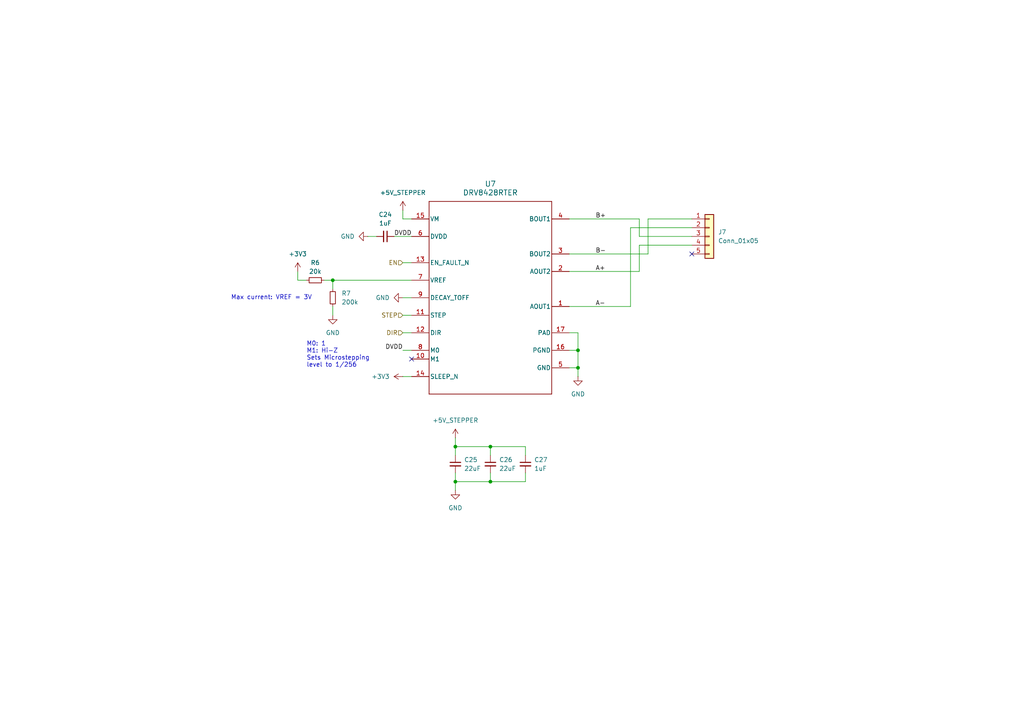
<source format=kicad_sch>
(kicad_sch (version 20250114) (generator "eeschema") (generator_version "9.0")
  (paper "A4")
  (lib_symbols
    (symbol "Connector_Generic:Conn_01x05" (pin_names (offset 1.016) (hide yes))
      (property "Reference" "J" (at 0 7.62 0))
      (property "Value" "Conn_01x05" (at 0 -7.62 0))
      (symbol "Conn_01x05_1_1"
        (rectangle (start -1.27 6.35) (end 1.27 -6.35) (stroke (width 0.254)) (fill (type background)))
        (rectangle (start -1.27 5.207) (end 0 4.953) (stroke (width 0.1524)))
        (rectangle (start -1.27 2.667) (end 0 2.413) (stroke (width 0.1524)))
        (rectangle (start -1.27 0.127) (end 0 -0.127) (stroke (width 0.1524)))
        (rectangle (start -1.27 -2.413) (end 0 -2.667) (stroke (width 0.1524)))
        (rectangle (start -1.27 -4.953) (end 0 -5.207) (stroke (width 0.1524)))
        (pin passive line (at -5.08 5.08 0) (length 3.81) (name "Pin_1") (number "1"))
        (pin passive line (at -5.08 2.54 0) (length 3.81) (name "Pin_2") (number "2"))
        (pin passive line (at -5.08 0 0) (length 3.81) (name "Pin_3") (number "3"))
        (pin passive line (at -5.08 -2.54 0) (length 3.81) (name "Pin_4") (number "4"))
        (pin passive line (at -5.08 -5.08 0) (length 3.81) (name "Pin_5") (number "5"))
      )
    )
    (symbol "DRV8428RTER:DRV8428RTER" (pin_names (offset 0.254))
      (property "Reference" "U" (at 0 2.54 0))
      (property "Value" "DRV8428RTER" (at 0 0 0))
      (symbol "DRV8428RTER_0_1"
        (polyline (pts (xy -17.78 27.94) (xy -17.78 -27.94)) (stroke (width 0.2032)))
        (polyline (pts (xy -17.78 -27.94) (xy 17.78 -27.94)) (stroke (width 0.2032)))
        (polyline (pts (xy 17.78 27.94) (xy -17.78 27.94)) (stroke (width 0.2032)))
        (polyline (pts (xy 17.78 -27.94) (xy 17.78 27.94)) (stroke (width 0.2032)))
        (pin power_in line (at -22.86 22.86 0) (length 5.08) (name "VM") (number "15"))
        (pin power_in line (at -22.86 17.78 0) (length 5.08) (name "DVDD") (number "6"))
        (pin bidirectional line (at -22.86 10.16 0) (length 5.08) (name "EN_FAULT_N") (number "13"))
        (pin unspecified line (at -22.86 5.08 0) (length 5.08) (name "VREF") (number "7"))
        (pin input line (at -22.86 0 0) (length 5.08) (name "DECAY_TOFF") (number "9"))
        (pin input line (at -22.86 -5.08 0) (length 5.08) (name "STEP") (number "11"))
        (pin input line (at -22.86 -10.16 0) (length 5.08) (name "DIR") (number "12"))
        (pin input line (at -22.86 -15.24 0) (length 5.08) (name "M0") (number "8"))
        (pin input line (at -22.86 -17.78 0) (length 5.08) (name "M1") (number "10"))
        (pin input line (at -22.86 -22.86 0) (length 5.08) (name "SLEEP_N") (number "14"))
        (pin output line (at 22.86 22.86 180) (length 5.08) (name "BOUT1") (number "4"))
        (pin output line (at 22.86 12.7 180) (length 5.08) (name "BOUT2") (number "3"))
        (pin output line (at 22.86 7.62 180) (length 5.08) (name "AOUT2") (number "2"))
        (pin output line (at 22.86 -2.54 180) (length 5.08) (name "AOUT1") (number "1"))
        (pin power_in line (at 22.86 -10.16 180) (length 5.08) (name "PAD") (number "17"))
        (pin power_in line (at 22.86 -15.24 180) (length 5.08) (name "PGND") (number "16"))
        (pin power_in line (at 22.86 -20.32 180) (length 5.08) (name "GND") (number "5"))
      )
    )
    (symbol "Device:C_Small" (pin_numbers (hide yes)) (pin_names (offset 0.254) (hide yes))
      (property "Reference" "C" (at 0.254 1.778 0))
      (property "Value" "C_Small" (at 0.254 -2.032 0))
      (symbol "C_Small_0_1"
        (polyline (pts (xy -1.524 0.508) (xy 1.524 0.508)) (stroke (width 0.3048)))
        (polyline (pts (xy -1.524 -0.508) (xy 1.524 -0.508)) (stroke (width 0.3302)))
      )
      (symbol "C_Small_1_1"
        (pin passive line (at 0 2.54 270) (length 2.032) (name "~") (number "1"))
        (pin passive line (at 0 -2.54 90) (length 2.032) (name "~") (number "2"))
      )
    )
    (symbol "Device:R_Small" (pin_numbers (hide yes)) (pin_names (offset 0.254) (hide yes))
      (property "Reference" "R" (at 0.762 0.508 0))
      (property "Value" "R_Small" (at 0.762 -1.016 0))
      (symbol "R_Small_0_1"
        (rectangle (start -0.762 1.778) (end 0.762 -1.778) (stroke (width 0.2032)))
      )
      (symbol "R_Small_1_1"
        (pin passive line (at 0 2.54 270) (length 0.762) (name "~") (number "1"))
        (pin passive line (at 0 -2.54 90) (length 0.762) (name "~") (number "2"))
      )
    )
    (symbol "power:+3V3" (power) (pin_numbers (hide yes)) (pin_names (offset 0) (hide yes))
      (property "Value" "+3V3" (at 0 3.556 0))
      (symbol "+3V3_0_1"
        (polyline (pts (xy -0.762 1.27) (xy 0 2.54)))
        (polyline (pts (xy 0 2.54) (xy 0.762 1.27)))
        (polyline (pts (xy 0 0) (xy 0 2.54)))
      )
      (symbol "+3V3_1_1"
        (pin power_in line (at 0 0 90) (length 0) (name "~") (number "1"))
      )
    )
    (symbol "power:+6V" (power) (pin_numbers (hide yes)) (pin_names (offset 0) (hide yes))
      (property "Value" "+6V" (at 0 3.556 0))
      (symbol "+6V_0_1"
        (polyline (pts (xy -0.762 1.27) (xy 0 2.54)))
        (polyline (pts (xy 0 2.54) (xy 0.762 1.27)))
        (polyline (pts (xy 0 0) (xy 0 2.54)))
      )
      (symbol "+6V_1_1"
        (pin power_in line (at 0 0 90) (length 0) (name "~") (number "1"))
      )
    )
    (symbol "power:GND" (power) (pin_numbers (hide yes)) (pin_names (offset 0) (hide yes))
      (property "Value" "GND" (at 0 -3.81 0))
      (symbol "GND_0_1"
        (polyline (pts (xy 0 0) (xy 0 -1.27) (xy 1.27 -1.27) (xy 0 -2.54) (xy -1.27 -1.27) (xy 0 -1.27)))
      )
      (symbol "GND_1_1"
        (pin power_in line (at 0 0 270) (length 0) (name "~") (number "1"))
      )
    )
  )
  (text "M0: 1\nM1: Hi-Z\nSets Microstepping\nlevel to 1/256" (at 88.9 99.06 0) (effects (font (size 1.27 1.27)) (justify left top)))
  (text "Max current: VREF = 3V" (at 78.74 86.36 0) (effects (font (size 1.27 1.27))))
  (junction (at 167.64 106.68))
  (junction (at 132.08 129.54))
  (junction (at 167.64 101.6))
  (junction (at 132.08 139.7))
  (junction (at 96.52 81.28))
  (junction (at 142.24 129.54))
  (junction (at 142.24 139.7))
  (no_connect (at 200.66 73.66))
  (no_connect (at 119.38 104.14))
  (wire (pts (xy 132.08 129.54) (xy 132.08 132.08)))
  (wire (pts (xy 116.84 60.96) (xy 116.84 63.5)))
  (wire (pts (xy 187.96 73.66) (xy 165.1 73.66)))
  (wire (pts (xy 152.4 137.16) (xy 152.4 139.7)))
  (wire (pts (xy 116.84 109.22) (xy 119.38 109.22)))
  (wire (pts (xy 142.24 129.54) (xy 142.24 132.08)))
  (wire (pts (xy 185.42 78.74) (xy 165.1 78.74)))
  (wire (pts (xy 167.64 101.6) (xy 167.64 96.52)))
  (wire (pts (xy 185.42 63.5) (xy 165.1 63.5)))
  (wire (pts (xy 142.24 129.54) (xy 152.4 129.54)))
  (wire (pts (xy 200.66 66.04) (xy 182.88 66.04)))
  (wire (pts (xy 116.84 96.52) (xy 119.38 96.52)))
  (wire (pts (xy 142.24 139.7) (xy 152.4 139.7)))
  (wire (pts (xy 187.96 63.5) (xy 187.96 73.66)))
  (wire (pts (xy 96.52 81.28) (xy 119.38 81.28)))
  (wire (pts (xy 185.42 71.12) (xy 185.42 78.74)))
  (wire (pts (xy 152.4 129.54) (xy 152.4 132.08)))
  (wire (pts (xy 116.84 76.2) (xy 119.38 76.2)))
  (wire (pts (xy 132.08 129.54) (xy 132.08 127)))
  (wire (pts (xy 200.66 68.58) (xy 185.42 68.58)))
  (wire (pts (xy 167.64 106.68) (xy 167.64 101.6)))
  (wire (pts (xy 93.98 81.28) (xy 96.52 81.28)))
  (wire (pts (xy 114.3 68.58) (xy 119.38 68.58)))
  (wire (pts (xy 96.52 88.9) (xy 96.52 91.44)))
  (wire (pts (xy 86.36 81.28) (xy 88.9 81.28)))
  (wire (pts (xy 132.08 139.7) (xy 132.08 142.24)))
  (wire (pts (xy 116.84 101.6) (xy 119.38 101.6)))
  (wire (pts (xy 182.88 88.9) (xy 165.1 88.9)))
  (wire (pts (xy 167.64 106.68) (xy 165.1 106.68)))
  (wire (pts (xy 185.42 68.58) (xy 185.42 63.5)))
  (wire (pts (xy 116.84 86.36) (xy 119.38 86.36)))
  (wire (pts (xy 200.66 63.5) (xy 187.96 63.5)))
  (wire (pts (xy 116.84 91.44) (xy 119.38 91.44)))
  (wire (pts (xy 132.08 139.7) (xy 142.24 139.7)))
  (wire (pts (xy 132.08 137.16) (xy 132.08 139.7)))
  (wire (pts (xy 167.64 101.6) (xy 165.1 101.6)))
  (wire (pts (xy 116.84 63.5) (xy 119.38 63.5)))
  (wire (pts (xy 182.88 66.04) (xy 182.88 88.9)))
  (wire (pts (xy 167.64 96.52) (xy 165.1 96.52)))
  (wire (pts (xy 142.24 137.16) (xy 142.24 139.7)))
  (wire (pts (xy 132.08 129.54) (xy 142.24 129.54)))
  (wire (pts (xy 167.64 109.22) (xy 167.64 106.68)))
  (wire (pts (xy 86.36 78.74) (xy 86.36 81.28)))
  (wire (pts (xy 106.68 68.58) (xy 109.22 68.58)))
  (wire (pts (xy 200.66 71.12) (xy 185.42 71.12)))
  (wire (pts (xy 96.52 81.28) (xy 96.52 83.82)))
  (label "DVDD" (at 116.84 101.6 180))
  (label "A+" (at 172.72 78.74 0))
  (label "DVDD" (at 114.3 68.58 0))
  (label "B+" (at 172.72 63.5 0))
  (label "B-" (at 172.72 73.66 0))
  (label "A-" (at 172.72 88.9 0))
  (hierarchical_label "STEP" (shape input) (at 116.84 91.44 180))
  (hierarchical_label "EN" (shape input) (at 116.84 76.2 180))
  (hierarchical_label "DIR" (shape input) (at 116.84 96.52 180))
  (symbol (lib_id "Connector_Generic:Conn_01x05") (at 205.74 68.58 0) (unit 1)
    (property "Reference" "J5" (at 208.28 67.3099 0) (effects (justify left)))
    (property "Value" "Conn_01x05" (at 208.28 69.8499 0) (effects (justify left)))
    (property "Footprint" "Connector_JST:JST_XH_B5B-XH-A_1x05_P2.50mm_Vertical" (effects (hide yes)))
    (property "Description" "Generic connector, single row, 01x05, script generated (kicad-library-utils/schlib/autogen/connector/)" (effects (hide yes)))
    (instances (project "" (path "" (reference "J7") (unit 1)) (path "" (reference "J5") (unit 1))))
  )
  (symbol (lib_id "Device:C_Small") (at 132.08 134.62 0) (unit 1)
    (property "Reference" "C14" (at 134.62 133.3562 0) (effects (justify left)))
    (property "Value" "22uF" (at 134.62 135.8962 0) (effects (justify left)))
    (property "Footprint" "Capacitor_SMD:C_1206_3216Metric" (effects (hide yes)))
    (property "Description" "Unpolarized capacitor, small symbol" (effects (hide yes)))
    (property "LCSC" "C12891" (effects (hide yes)))
    (instances (project "alarmbot" (path "" (reference "C25") (unit 1)) (path "" (reference "C14") (unit 1))))
  )
  (symbol (lib_id "power:+6V") (at 132.08 127 0) (unit 1)
    (property "Reference" "#PWR035" (effects (hide yes)))
    (property "Value" "+5V_STEPPER" (at 132.08 121.92 0))
    (property "Description" "Power symbol creates a global label with name \"+6V\"" (effects (hide yes)))
    (instances (project "alarmbot" (path "" (reference "#PWR055") (unit 1)) (path "" (reference "#PWR035") (unit 1))))
  )
  (symbol (lib_id "power:GND") (at 116.84 86.36 270) (unit 1)
    (property "Reference" "#PWR033" (effects (hide yes)))
    (property "Value" "GND" (at 113.03 86.3599 90) (effects (justify right)))
    (property "Description" "Power symbol creates a global label with name \"GND\" , ground" (effects (hide yes)))
    (instances (project "alarmbot" (path "" (reference "#PWR053") (unit 1)) (path "" (reference "#PWR033") (unit 1))))
  )
  (symbol (lib_id "Device:C_Small") (at 152.4 134.62 0) (unit 1)
    (property "Reference" "C16" (at 154.94 133.3562 0) (effects (justify left)))
    (property "Value" "1uF" (at 154.94 135.8962 0) (effects (justify left)))
    (property "Footprint" "Capacitor_SMD:C_0402_1005Metric" (effects (hide yes)))
    (property "Description" "Unpolarized capacitor, small symbol" (effects (hide yes)))
    (property "LCSC" "C52923" (effects (hide yes)))
    (instances (project "alarmbot" (path "" (reference "C27") (unit 1)) (path "" (reference "C16") (unit 1))))
  )
  (symbol (lib_id "Device:R_Small") (at 96.52 86.36 0) (unit 1)
    (property "Reference" "R2" (at 99.06 85.0899 0) (effects (justify left)))
    (property "Value" "200k" (at 99.06 87.6299 0) (effects (justify left)))
    (property "Footprint" "Resistor_SMD:R_0402_1005Metric" (effects (hide yes)))
    (property "Description" "Resistor, small symbol" (effects (hide yes)))
    (property "LCSC" "C25764" (effects (hide yes)))
    (instances (project "alarmbot" (path "" (reference "R7") (unit 1)) (path "" (reference "R2") (unit 1))))
  )
  (symbol (lib_id "power:GND") (at 132.08 142.24 0) (unit 1)
    (property "Reference" "#PWR036" (effects (hide yes)))
    (property "Value" "GND" (at 132.08 147.32 0))
    (property "Description" "Power symbol creates a global label with name \"GND\" , ground" (effects (hide yes)))
    (instances (project "alarmbot" (path "" (reference "#PWR056") (unit 1)) (path "" (reference "#PWR036") (unit 1))))
  )
  (symbol (lib_id "Device:C_Small") (at 111.76 68.58 270) (unit 1)
    (property "Reference" "C13" (at 111.7536 62.23 90))
    (property "Value" "1uF" (at 111.7536 64.77 90))
    (property "Footprint" "Capacitor_SMD:C_0402_1005Metric" (effects (hide yes)))
    (property "Description" "Unpolarized capacitor, small symbol" (effects (hide yes)))
    (property "LCSC" "C52923" (effects (hide yes)))
    (instances (project "alarmbot" (path "" (reference "C24") (unit 1)) (path "" (reference "C13") (unit 1))))
  )
  (symbol (lib_id "power:GND") (at 96.52 91.44 0) (unit 1)
    (property "Reference" "#PWR030" (effects (hide yes)))
    (property "Value" "GND" (at 96.52 96.52 0))
    (property "Description" "Power symbol creates a global label with name \"GND\" , ground" (effects (hide yes)))
    (instances (project "alarmbot" (path "" (reference "#PWR050") (unit 1)) (path "" (reference "#PWR030") (unit 1))))
  )
  (symbol (lib_id "power:+3V3") (at 86.36 78.74 0) (unit 1)
    (property "Reference" "#PWR029" (effects (hide yes)))
    (property "Value" "+3V3" (at 86.36 73.66 0))
    (property "Description" "Power symbol creates a global label with name \"+3V3\"" (effects (hide yes)))
    (instances (project "" (path "" (reference "#PWR049") (unit 1)) (path "" (reference "#PWR029") (unit 1))))
  )
  (symbol (lib_id "Device:R_Small") (at 91.44 81.28 90) (unit 1)
    (property "Reference" "R1" (at 91.44 76.2 90))
    (property "Value" "20k" (at 91.44 78.74 90))
    (property "Footprint" "Resistor_SMD:R_0402_1005Metric" (effects (hide yes)))
    (property "Description" "Resistor, small symbol" (effects (hide yes)))
    (property "LCSC" "C25765" (effects (hide yes)))
    (instances (project "alarmbot" (path "" (reference "R6") (unit 1)) (path "" (reference "R1") (unit 1))))
  )
  (symbol (lib_id "power:+6V") (at 116.84 60.96 0) (unit 1)
    (property "Reference" "#PWR032" (effects (hide yes)))
    (property "Value" "+5V_STEPPER" (at 116.84 55.88 0))
    (property "Description" "Power symbol creates a global label with name \"+6V\"" (effects (hide yes)))
    (instances (project "alarmbot" (path "" (reference "#PWR052") (unit 1)) (path "" (reference "#PWR032") (unit 1))))
  )
  (symbol (lib_id "power:+3V3") (at 116.84 109.22 90) (unit 1)
    (property "Reference" "#PWR034" (effects (hide yes)))
    (property "Value" "+3V3" (at 113.03 109.2199 90) (effects (justify left)))
    (property "Description" "Power symbol creates a global label with name \"+3V3\"" (effects (hide yes)))
    (instances (project "alarmbot" (path "" (reference "#PWR054") (unit 1)) (path "" (reference "#PWR034") (unit 1))))
  )
  (symbol (lib_id "Device:C_Small") (at 142.24 134.62 0) (unit 1)
    (property "Reference" "C15" (at 144.78 133.3562 0) (effects (justify left)))
    (property "Value" "22uF" (at 144.78 135.8962 0) (effects (justify left)))
    (property "Footprint" "Capacitor_SMD:C_1206_3216Metric" (effects (hide yes)))
    (property "Description" "Unpolarized capacitor, small symbol" (effects (hide yes)))
    (property "LCSC" "C12891" (effects (hide yes)))
    (instances (project "alarmbot" (path "" (reference "C26") (unit 1)) (path "" (reference "C15") (unit 1))))
  )
  (symbol (lib_id "power:GND") (at 167.64 109.22 0) (unit 1)
    (property "Reference" "#PWR037" (effects (hide yes)))
    (property "Value" "GND" (at 167.64 114.3 0))
    (property "Description" "Power symbol creates a global label with name \"GND\" , ground" (effects (hide yes)))
    (instances (project "alarmbot" (path "" (reference "#PWR057") (unit 1)) (path "" (reference "#PWR037") (unit 1))))
  )
  (symbol (lib_id "DRV8428RTER:DRV8428RTER") (at 142.24 86.36 0) (unit 1)
    (property "Reference" "U5" (at 142.24 53.34 0) (effects (font (size 1.524 1.524))))
    (property "Value" "DRV8428RTER" (at 142.24 55.88 0) (effects (font (size 1.524 1.524))))
    (property "Footprint" "footprints:RTE0016J" (effects (hide yes)))
    (property "Datasheet" "DRV8428RTER" (effects (hide yes)))
    (property "LCSC" " C2857955" (effects (hide yes)))
    (instances (project "alarmbot" (path "" (reference "U7") (unit 1)) (path "" (reference "U5") (unit 1))))
  )
  (symbol (lib_id "power:GND") (at 106.68 68.58 270) (unit 1)
    (property "Reference" "#PWR031" (effects (hide yes)))
    (property "Value" "GND" (at 102.87 68.5799 90) (effects (justify right)))
    (property "Description" "Power symbol creates a global label with name \"GND\" , ground" (effects (hide yes)))
    (instances (project "alarmbot" (path "" (reference "#PWR051") (unit 1)) (path "" (reference "#PWR031") (unit 1))))
  )
)
</source>
